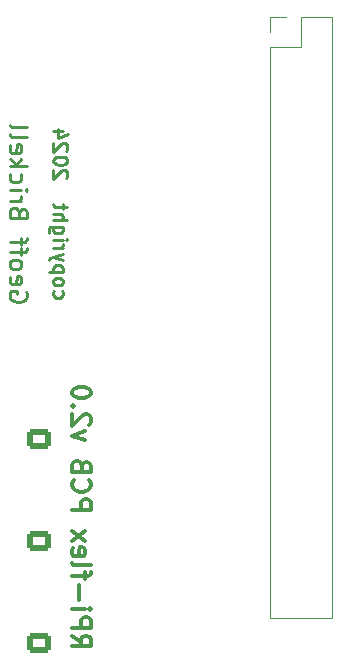
<source format=gbo>
G04 #@! TF.GenerationSoftware,KiCad,Pcbnew,8.0.8*
G04 #@! TF.CreationDate,2025-05-07T21:48:01+01:00*
G04 #@! TF.ProjectId,RPi-flex_PCB02,5250692d-666c-4657-985f-50434230322e,rev?*
G04 #@! TF.SameCoordinates,Original*
G04 #@! TF.FileFunction,Legend,Bot*
G04 #@! TF.FilePolarity,Positive*
%FSLAX46Y46*%
G04 Gerber Fmt 4.6, Leading zero omitted, Abs format (unit mm)*
G04 Created by KiCad (PCBNEW 8.0.8) date 2025-05-07 21:48:01*
%MOMM*%
%LPD*%
G01*
G04 APERTURE LIST*
G04 Aperture macros list*
%AMRoundRect*
0 Rectangle with rounded corners*
0 $1 Rounding radius*
0 $2 $3 $4 $5 $6 $7 $8 $9 X,Y pos of 4 corners*
0 Add a 4 corners polygon primitive as box body*
4,1,4,$2,$3,$4,$5,$6,$7,$8,$9,$2,$3,0*
0 Add four circle primitives for the rounded corners*
1,1,$1+$1,$2,$3*
1,1,$1+$1,$4,$5*
1,1,$1+$1,$6,$7*
1,1,$1+$1,$8,$9*
0 Add four rect primitives between the rounded corners*
20,1,$1+$1,$2,$3,$4,$5,0*
20,1,$1+$1,$4,$5,$6,$7,0*
20,1,$1+$1,$6,$7,$8,$9,0*
20,1,$1+$1,$8,$9,$2,$3,0*%
G04 Aperture macros list end*
%ADD10C,0.250000*%
%ADD11C,0.300000*%
%ADD12C,0.120000*%
%ADD13R,1.600000X1.600000*%
%ADD14C,1.600000*%
%ADD15R,1.700000X1.700000*%
%ADD16O,1.700000X1.700000*%
%ADD17RoundRect,0.250000X0.750000X-0.600000X0.750000X0.600000X-0.750000X0.600000X-0.750000X-0.600000X0*%
%ADD18O,2.000000X1.700000*%
%ADD19O,1.600000X1.600000*%
%ADD20R,0.840000X0.840000*%
%ADD21C,0.840000*%
%ADD22O,0.850000X1.850000*%
%ADD23C,2.200000*%
%ADD24R,1.800000X1.800000*%
%ADD25C,1.800000*%
G04 APERTURE END LIST*
D10*
X114704000Y-97333527D02*
X114646857Y-97447812D01*
X114646857Y-97447812D02*
X114646857Y-97676384D01*
X114646857Y-97676384D02*
X114704000Y-97790669D01*
X114704000Y-97790669D02*
X114761142Y-97847812D01*
X114761142Y-97847812D02*
X114875428Y-97904955D01*
X114875428Y-97904955D02*
X115218285Y-97904955D01*
X115218285Y-97904955D02*
X115332571Y-97847812D01*
X115332571Y-97847812D02*
X115389714Y-97790669D01*
X115389714Y-97790669D02*
X115446857Y-97676384D01*
X115446857Y-97676384D02*
X115446857Y-97447812D01*
X115446857Y-97447812D02*
X115389714Y-97333527D01*
X114646857Y-96647813D02*
X114704000Y-96762098D01*
X114704000Y-96762098D02*
X114761142Y-96819241D01*
X114761142Y-96819241D02*
X114875428Y-96876384D01*
X114875428Y-96876384D02*
X115218285Y-96876384D01*
X115218285Y-96876384D02*
X115332571Y-96819241D01*
X115332571Y-96819241D02*
X115389714Y-96762098D01*
X115389714Y-96762098D02*
X115446857Y-96647813D01*
X115446857Y-96647813D02*
X115446857Y-96476384D01*
X115446857Y-96476384D02*
X115389714Y-96362098D01*
X115389714Y-96362098D02*
X115332571Y-96304956D01*
X115332571Y-96304956D02*
X115218285Y-96247813D01*
X115218285Y-96247813D02*
X114875428Y-96247813D01*
X114875428Y-96247813D02*
X114761142Y-96304956D01*
X114761142Y-96304956D02*
X114704000Y-96362098D01*
X114704000Y-96362098D02*
X114646857Y-96476384D01*
X114646857Y-96476384D02*
X114646857Y-96647813D01*
X115446857Y-95733527D02*
X114246857Y-95733527D01*
X115389714Y-95733527D02*
X115446857Y-95619242D01*
X115446857Y-95619242D02*
X115446857Y-95390670D01*
X115446857Y-95390670D02*
X115389714Y-95276384D01*
X115389714Y-95276384D02*
X115332571Y-95219242D01*
X115332571Y-95219242D02*
X115218285Y-95162099D01*
X115218285Y-95162099D02*
X114875428Y-95162099D01*
X114875428Y-95162099D02*
X114761142Y-95219242D01*
X114761142Y-95219242D02*
X114704000Y-95276384D01*
X114704000Y-95276384D02*
X114646857Y-95390670D01*
X114646857Y-95390670D02*
X114646857Y-95619242D01*
X114646857Y-95619242D02*
X114704000Y-95733527D01*
X115446857Y-94762099D02*
X114646857Y-94476385D01*
X115446857Y-94190670D02*
X114646857Y-94476385D01*
X114646857Y-94476385D02*
X114361142Y-94590670D01*
X114361142Y-94590670D02*
X114304000Y-94647813D01*
X114304000Y-94647813D02*
X114246857Y-94762099D01*
X114646857Y-93733527D02*
X115446857Y-93733527D01*
X115218285Y-93733527D02*
X115332571Y-93676384D01*
X115332571Y-93676384D02*
X115389714Y-93619242D01*
X115389714Y-93619242D02*
X115446857Y-93504956D01*
X115446857Y-93504956D02*
X115446857Y-93390670D01*
X114646857Y-92990670D02*
X115446857Y-92990670D01*
X115846857Y-92990670D02*
X115789714Y-93047813D01*
X115789714Y-93047813D02*
X115732571Y-92990670D01*
X115732571Y-92990670D02*
X115789714Y-92933527D01*
X115789714Y-92933527D02*
X115846857Y-92990670D01*
X115846857Y-92990670D02*
X115732571Y-92990670D01*
X115446857Y-91904956D02*
X114475428Y-91904956D01*
X114475428Y-91904956D02*
X114361142Y-91962098D01*
X114361142Y-91962098D02*
X114304000Y-92019241D01*
X114304000Y-92019241D02*
X114246857Y-92133527D01*
X114246857Y-92133527D02*
X114246857Y-92304956D01*
X114246857Y-92304956D02*
X114304000Y-92419241D01*
X114704000Y-91904956D02*
X114646857Y-92019241D01*
X114646857Y-92019241D02*
X114646857Y-92247813D01*
X114646857Y-92247813D02*
X114704000Y-92362098D01*
X114704000Y-92362098D02*
X114761142Y-92419241D01*
X114761142Y-92419241D02*
X114875428Y-92476384D01*
X114875428Y-92476384D02*
X115218285Y-92476384D01*
X115218285Y-92476384D02*
X115332571Y-92419241D01*
X115332571Y-92419241D02*
X115389714Y-92362098D01*
X115389714Y-92362098D02*
X115446857Y-92247813D01*
X115446857Y-92247813D02*
X115446857Y-92019241D01*
X115446857Y-92019241D02*
X115389714Y-91904956D01*
X114646857Y-91333527D02*
X115846857Y-91333527D01*
X114646857Y-90819242D02*
X115275428Y-90819242D01*
X115275428Y-90819242D02*
X115389714Y-90876384D01*
X115389714Y-90876384D02*
X115446857Y-90990670D01*
X115446857Y-90990670D02*
X115446857Y-91162099D01*
X115446857Y-91162099D02*
X115389714Y-91276384D01*
X115389714Y-91276384D02*
X115332571Y-91333527D01*
X115446857Y-90419242D02*
X115446857Y-89962099D01*
X115846857Y-90247813D02*
X114818285Y-90247813D01*
X114818285Y-90247813D02*
X114704000Y-90190670D01*
X114704000Y-90190670D02*
X114646857Y-90076385D01*
X114646857Y-90076385D02*
X114646857Y-89962099D01*
X115732571Y-87790670D02*
X115789714Y-87733527D01*
X115789714Y-87733527D02*
X115846857Y-87619242D01*
X115846857Y-87619242D02*
X115846857Y-87333527D01*
X115846857Y-87333527D02*
X115789714Y-87219242D01*
X115789714Y-87219242D02*
X115732571Y-87162099D01*
X115732571Y-87162099D02*
X115618285Y-87104956D01*
X115618285Y-87104956D02*
X115504000Y-87104956D01*
X115504000Y-87104956D02*
X115332571Y-87162099D01*
X115332571Y-87162099D02*
X114646857Y-87847813D01*
X114646857Y-87847813D02*
X114646857Y-87104956D01*
X115846857Y-86362099D02*
X115846857Y-86247813D01*
X115846857Y-86247813D02*
X115789714Y-86133527D01*
X115789714Y-86133527D02*
X115732571Y-86076385D01*
X115732571Y-86076385D02*
X115618285Y-86019242D01*
X115618285Y-86019242D02*
X115389714Y-85962099D01*
X115389714Y-85962099D02*
X115104000Y-85962099D01*
X115104000Y-85962099D02*
X114875428Y-86019242D01*
X114875428Y-86019242D02*
X114761142Y-86076385D01*
X114761142Y-86076385D02*
X114704000Y-86133527D01*
X114704000Y-86133527D02*
X114646857Y-86247813D01*
X114646857Y-86247813D02*
X114646857Y-86362099D01*
X114646857Y-86362099D02*
X114704000Y-86476385D01*
X114704000Y-86476385D02*
X114761142Y-86533527D01*
X114761142Y-86533527D02*
X114875428Y-86590670D01*
X114875428Y-86590670D02*
X115104000Y-86647813D01*
X115104000Y-86647813D02*
X115389714Y-86647813D01*
X115389714Y-86647813D02*
X115618285Y-86590670D01*
X115618285Y-86590670D02*
X115732571Y-86533527D01*
X115732571Y-86533527D02*
X115789714Y-86476385D01*
X115789714Y-86476385D02*
X115846857Y-86362099D01*
X115732571Y-85504956D02*
X115789714Y-85447813D01*
X115789714Y-85447813D02*
X115846857Y-85333528D01*
X115846857Y-85333528D02*
X115846857Y-85047813D01*
X115846857Y-85047813D02*
X115789714Y-84933528D01*
X115789714Y-84933528D02*
X115732571Y-84876385D01*
X115732571Y-84876385D02*
X115618285Y-84819242D01*
X115618285Y-84819242D02*
X115504000Y-84819242D01*
X115504000Y-84819242D02*
X115332571Y-84876385D01*
X115332571Y-84876385D02*
X114646857Y-85562099D01*
X114646857Y-85562099D02*
X114646857Y-84819242D01*
X115446857Y-83790671D02*
X114646857Y-83790671D01*
X115904000Y-84076385D02*
X115046857Y-84362099D01*
X115046857Y-84362099D02*
X115046857Y-83619242D01*
D11*
X116242409Y-126523393D02*
X117004314Y-127056727D01*
X116242409Y-127437679D02*
X117842409Y-127437679D01*
X117842409Y-127437679D02*
X117842409Y-126828155D01*
X117842409Y-126828155D02*
X117766219Y-126675774D01*
X117766219Y-126675774D02*
X117690028Y-126599584D01*
X117690028Y-126599584D02*
X117537647Y-126523393D01*
X117537647Y-126523393D02*
X117309076Y-126523393D01*
X117309076Y-126523393D02*
X117156695Y-126599584D01*
X117156695Y-126599584D02*
X117080504Y-126675774D01*
X117080504Y-126675774D02*
X117004314Y-126828155D01*
X117004314Y-126828155D02*
X117004314Y-127437679D01*
X116242409Y-125837679D02*
X117842409Y-125837679D01*
X117842409Y-125837679D02*
X117842409Y-125228155D01*
X117842409Y-125228155D02*
X117766219Y-125075774D01*
X117766219Y-125075774D02*
X117690028Y-124999584D01*
X117690028Y-124999584D02*
X117537647Y-124923393D01*
X117537647Y-124923393D02*
X117309076Y-124923393D01*
X117309076Y-124923393D02*
X117156695Y-124999584D01*
X117156695Y-124999584D02*
X117080504Y-125075774D01*
X117080504Y-125075774D02*
X117004314Y-125228155D01*
X117004314Y-125228155D02*
X117004314Y-125837679D01*
X116242409Y-124237679D02*
X117309076Y-124237679D01*
X117842409Y-124237679D02*
X117766219Y-124313870D01*
X117766219Y-124313870D02*
X117690028Y-124237679D01*
X117690028Y-124237679D02*
X117766219Y-124161489D01*
X117766219Y-124161489D02*
X117842409Y-124237679D01*
X117842409Y-124237679D02*
X117690028Y-124237679D01*
X116851933Y-123475774D02*
X116851933Y-122256727D01*
X117309076Y-121723394D02*
X117309076Y-121113870D01*
X116242409Y-121494822D02*
X117613838Y-121494822D01*
X117613838Y-121494822D02*
X117766219Y-121418632D01*
X117766219Y-121418632D02*
X117842409Y-121266251D01*
X117842409Y-121266251D02*
X117842409Y-121113870D01*
X116242409Y-120351965D02*
X116318600Y-120504346D01*
X116318600Y-120504346D02*
X116470980Y-120580536D01*
X116470980Y-120580536D02*
X117842409Y-120580536D01*
X116318600Y-119132917D02*
X116242409Y-119285298D01*
X116242409Y-119285298D02*
X116242409Y-119590060D01*
X116242409Y-119590060D02*
X116318600Y-119742441D01*
X116318600Y-119742441D02*
X116470980Y-119818632D01*
X116470980Y-119818632D02*
X117080504Y-119818632D01*
X117080504Y-119818632D02*
X117232885Y-119742441D01*
X117232885Y-119742441D02*
X117309076Y-119590060D01*
X117309076Y-119590060D02*
X117309076Y-119285298D01*
X117309076Y-119285298D02*
X117232885Y-119132917D01*
X117232885Y-119132917D02*
X117080504Y-119056727D01*
X117080504Y-119056727D02*
X116928123Y-119056727D01*
X116928123Y-119056727D02*
X116775742Y-119818632D01*
X116242409Y-118523393D02*
X117309076Y-117685298D01*
X117309076Y-118523393D02*
X116242409Y-117685298D01*
X116242409Y-115856726D02*
X117842409Y-115856726D01*
X117842409Y-115856726D02*
X117842409Y-115247202D01*
X117842409Y-115247202D02*
X117766219Y-115094821D01*
X117766219Y-115094821D02*
X117690028Y-115018631D01*
X117690028Y-115018631D02*
X117537647Y-114942440D01*
X117537647Y-114942440D02*
X117309076Y-114942440D01*
X117309076Y-114942440D02*
X117156695Y-115018631D01*
X117156695Y-115018631D02*
X117080504Y-115094821D01*
X117080504Y-115094821D02*
X117004314Y-115247202D01*
X117004314Y-115247202D02*
X117004314Y-115856726D01*
X116394790Y-113342440D02*
X116318600Y-113418631D01*
X116318600Y-113418631D02*
X116242409Y-113647202D01*
X116242409Y-113647202D02*
X116242409Y-113799583D01*
X116242409Y-113799583D02*
X116318600Y-114028155D01*
X116318600Y-114028155D02*
X116470980Y-114180536D01*
X116470980Y-114180536D02*
X116623361Y-114256726D01*
X116623361Y-114256726D02*
X116928123Y-114332917D01*
X116928123Y-114332917D02*
X117156695Y-114332917D01*
X117156695Y-114332917D02*
X117461457Y-114256726D01*
X117461457Y-114256726D02*
X117613838Y-114180536D01*
X117613838Y-114180536D02*
X117766219Y-114028155D01*
X117766219Y-114028155D02*
X117842409Y-113799583D01*
X117842409Y-113799583D02*
X117842409Y-113647202D01*
X117842409Y-113647202D02*
X117766219Y-113418631D01*
X117766219Y-113418631D02*
X117690028Y-113342440D01*
X117080504Y-112123393D02*
X117004314Y-111894821D01*
X117004314Y-111894821D02*
X116928123Y-111818631D01*
X116928123Y-111818631D02*
X116775742Y-111742440D01*
X116775742Y-111742440D02*
X116547171Y-111742440D01*
X116547171Y-111742440D02*
X116394790Y-111818631D01*
X116394790Y-111818631D02*
X116318600Y-111894821D01*
X116318600Y-111894821D02*
X116242409Y-112047202D01*
X116242409Y-112047202D02*
X116242409Y-112656726D01*
X116242409Y-112656726D02*
X117842409Y-112656726D01*
X117842409Y-112656726D02*
X117842409Y-112123393D01*
X117842409Y-112123393D02*
X117766219Y-111971012D01*
X117766219Y-111971012D02*
X117690028Y-111894821D01*
X117690028Y-111894821D02*
X117537647Y-111818631D01*
X117537647Y-111818631D02*
X117385266Y-111818631D01*
X117385266Y-111818631D02*
X117232885Y-111894821D01*
X117232885Y-111894821D02*
X117156695Y-111971012D01*
X117156695Y-111971012D02*
X117080504Y-112123393D01*
X117080504Y-112123393D02*
X117080504Y-112656726D01*
X117309076Y-109990059D02*
X116242409Y-109609107D01*
X116242409Y-109609107D02*
X117309076Y-109228154D01*
X117690028Y-108694821D02*
X117766219Y-108618630D01*
X117766219Y-108618630D02*
X117842409Y-108466249D01*
X117842409Y-108466249D02*
X117842409Y-108085297D01*
X117842409Y-108085297D02*
X117766219Y-107932916D01*
X117766219Y-107932916D02*
X117690028Y-107856725D01*
X117690028Y-107856725D02*
X117537647Y-107780535D01*
X117537647Y-107780535D02*
X117385266Y-107780535D01*
X117385266Y-107780535D02*
X117156695Y-107856725D01*
X117156695Y-107856725D02*
X116242409Y-108771011D01*
X116242409Y-108771011D02*
X116242409Y-107780535D01*
X116394790Y-107094820D02*
X116318600Y-107018630D01*
X116318600Y-107018630D02*
X116242409Y-107094820D01*
X116242409Y-107094820D02*
X116318600Y-107171011D01*
X116318600Y-107171011D02*
X116394790Y-107094820D01*
X116394790Y-107094820D02*
X116242409Y-107094820D01*
X117842409Y-106028153D02*
X117842409Y-105875772D01*
X117842409Y-105875772D02*
X117766219Y-105723391D01*
X117766219Y-105723391D02*
X117690028Y-105647201D01*
X117690028Y-105647201D02*
X117537647Y-105571010D01*
X117537647Y-105571010D02*
X117232885Y-105494820D01*
X117232885Y-105494820D02*
X116851933Y-105494820D01*
X116851933Y-105494820D02*
X116547171Y-105571010D01*
X116547171Y-105571010D02*
X116394790Y-105647201D01*
X116394790Y-105647201D02*
X116318600Y-105723391D01*
X116318600Y-105723391D02*
X116242409Y-105875772D01*
X116242409Y-105875772D02*
X116242409Y-106028153D01*
X116242409Y-106028153D02*
X116318600Y-106180534D01*
X116318600Y-106180534D02*
X116394790Y-106256725D01*
X116394790Y-106256725D02*
X116547171Y-106332915D01*
X116547171Y-106332915D02*
X116851933Y-106409106D01*
X116851933Y-106409106D02*
X117232885Y-106409106D01*
X117232885Y-106409106D02*
X117537647Y-106332915D01*
X117537647Y-106332915D02*
X117690028Y-106256725D01*
X117690028Y-106256725D02*
X117766219Y-106180534D01*
X117766219Y-106180534D02*
X117842409Y-106028153D01*
D10*
X112380642Y-97412141D02*
X112452071Y-97554999D01*
X112452071Y-97554999D02*
X112452071Y-97769284D01*
X112452071Y-97769284D02*
X112380642Y-97983570D01*
X112380642Y-97983570D02*
X112237785Y-98126427D01*
X112237785Y-98126427D02*
X112094928Y-98197856D01*
X112094928Y-98197856D02*
X111809214Y-98269284D01*
X111809214Y-98269284D02*
X111594928Y-98269284D01*
X111594928Y-98269284D02*
X111309214Y-98197856D01*
X111309214Y-98197856D02*
X111166357Y-98126427D01*
X111166357Y-98126427D02*
X111023500Y-97983570D01*
X111023500Y-97983570D02*
X110952071Y-97769284D01*
X110952071Y-97769284D02*
X110952071Y-97626427D01*
X110952071Y-97626427D02*
X111023500Y-97412141D01*
X111023500Y-97412141D02*
X111094928Y-97340713D01*
X111094928Y-97340713D02*
X111594928Y-97340713D01*
X111594928Y-97340713D02*
X111594928Y-97626427D01*
X111023500Y-96126427D02*
X110952071Y-96269284D01*
X110952071Y-96269284D02*
X110952071Y-96554999D01*
X110952071Y-96554999D02*
X111023500Y-96697856D01*
X111023500Y-96697856D02*
X111166357Y-96769284D01*
X111166357Y-96769284D02*
X111737785Y-96769284D01*
X111737785Y-96769284D02*
X111880642Y-96697856D01*
X111880642Y-96697856D02*
X111952071Y-96554999D01*
X111952071Y-96554999D02*
X111952071Y-96269284D01*
X111952071Y-96269284D02*
X111880642Y-96126427D01*
X111880642Y-96126427D02*
X111737785Y-96054999D01*
X111737785Y-96054999D02*
X111594928Y-96054999D01*
X111594928Y-96054999D02*
X111452071Y-96769284D01*
X110952071Y-95197856D02*
X111023500Y-95340713D01*
X111023500Y-95340713D02*
X111094928Y-95412142D01*
X111094928Y-95412142D02*
X111237785Y-95483570D01*
X111237785Y-95483570D02*
X111666357Y-95483570D01*
X111666357Y-95483570D02*
X111809214Y-95412142D01*
X111809214Y-95412142D02*
X111880642Y-95340713D01*
X111880642Y-95340713D02*
X111952071Y-95197856D01*
X111952071Y-95197856D02*
X111952071Y-94983570D01*
X111952071Y-94983570D02*
X111880642Y-94840713D01*
X111880642Y-94840713D02*
X111809214Y-94769285D01*
X111809214Y-94769285D02*
X111666357Y-94697856D01*
X111666357Y-94697856D02*
X111237785Y-94697856D01*
X111237785Y-94697856D02*
X111094928Y-94769285D01*
X111094928Y-94769285D02*
X111023500Y-94840713D01*
X111023500Y-94840713D02*
X110952071Y-94983570D01*
X110952071Y-94983570D02*
X110952071Y-95197856D01*
X111952071Y-94269284D02*
X111952071Y-93697856D01*
X110952071Y-94054999D02*
X112237785Y-94054999D01*
X112237785Y-94054999D02*
X112380642Y-93983570D01*
X112380642Y-93983570D02*
X112452071Y-93840713D01*
X112452071Y-93840713D02*
X112452071Y-93697856D01*
X111952071Y-93412141D02*
X111952071Y-92840713D01*
X110952071Y-93197856D02*
X112237785Y-93197856D01*
X112237785Y-93197856D02*
X112380642Y-93126427D01*
X112380642Y-93126427D02*
X112452071Y-92983570D01*
X112452071Y-92983570D02*
X112452071Y-92840713D01*
X111737785Y-90697856D02*
X111666357Y-90483570D01*
X111666357Y-90483570D02*
X111594928Y-90412141D01*
X111594928Y-90412141D02*
X111452071Y-90340713D01*
X111452071Y-90340713D02*
X111237785Y-90340713D01*
X111237785Y-90340713D02*
X111094928Y-90412141D01*
X111094928Y-90412141D02*
X111023500Y-90483570D01*
X111023500Y-90483570D02*
X110952071Y-90626427D01*
X110952071Y-90626427D02*
X110952071Y-91197856D01*
X110952071Y-91197856D02*
X112452071Y-91197856D01*
X112452071Y-91197856D02*
X112452071Y-90697856D01*
X112452071Y-90697856D02*
X112380642Y-90554999D01*
X112380642Y-90554999D02*
X112309214Y-90483570D01*
X112309214Y-90483570D02*
X112166357Y-90412141D01*
X112166357Y-90412141D02*
X112023500Y-90412141D01*
X112023500Y-90412141D02*
X111880642Y-90483570D01*
X111880642Y-90483570D02*
X111809214Y-90554999D01*
X111809214Y-90554999D02*
X111737785Y-90697856D01*
X111737785Y-90697856D02*
X111737785Y-91197856D01*
X110952071Y-89697856D02*
X111952071Y-89697856D01*
X111666357Y-89697856D02*
X111809214Y-89626427D01*
X111809214Y-89626427D02*
X111880642Y-89554999D01*
X111880642Y-89554999D02*
X111952071Y-89412141D01*
X111952071Y-89412141D02*
X111952071Y-89269284D01*
X110952071Y-88769285D02*
X111952071Y-88769285D01*
X112452071Y-88769285D02*
X112380642Y-88840713D01*
X112380642Y-88840713D02*
X112309214Y-88769285D01*
X112309214Y-88769285D02*
X112380642Y-88697856D01*
X112380642Y-88697856D02*
X112452071Y-88769285D01*
X112452071Y-88769285D02*
X112309214Y-88769285D01*
X111023500Y-87412142D02*
X110952071Y-87554999D01*
X110952071Y-87554999D02*
X110952071Y-87840713D01*
X110952071Y-87840713D02*
X111023500Y-87983570D01*
X111023500Y-87983570D02*
X111094928Y-88054999D01*
X111094928Y-88054999D02*
X111237785Y-88126427D01*
X111237785Y-88126427D02*
X111666357Y-88126427D01*
X111666357Y-88126427D02*
X111809214Y-88054999D01*
X111809214Y-88054999D02*
X111880642Y-87983570D01*
X111880642Y-87983570D02*
X111952071Y-87840713D01*
X111952071Y-87840713D02*
X111952071Y-87554999D01*
X111952071Y-87554999D02*
X111880642Y-87412142D01*
X110952071Y-86769285D02*
X112452071Y-86769285D01*
X111523500Y-86626428D02*
X110952071Y-86197856D01*
X111952071Y-86197856D02*
X111380642Y-86769285D01*
X111023500Y-84983570D02*
X110952071Y-85126427D01*
X110952071Y-85126427D02*
X110952071Y-85412142D01*
X110952071Y-85412142D02*
X111023500Y-85554999D01*
X111023500Y-85554999D02*
X111166357Y-85626427D01*
X111166357Y-85626427D02*
X111737785Y-85626427D01*
X111737785Y-85626427D02*
X111880642Y-85554999D01*
X111880642Y-85554999D02*
X111952071Y-85412142D01*
X111952071Y-85412142D02*
X111952071Y-85126427D01*
X111952071Y-85126427D02*
X111880642Y-84983570D01*
X111880642Y-84983570D02*
X111737785Y-84912142D01*
X111737785Y-84912142D02*
X111594928Y-84912142D01*
X111594928Y-84912142D02*
X111452071Y-85626427D01*
X110952071Y-84054999D02*
X111023500Y-84197856D01*
X111023500Y-84197856D02*
X111166357Y-84269285D01*
X111166357Y-84269285D02*
X112452071Y-84269285D01*
X110952071Y-83269285D02*
X111023500Y-83412142D01*
X111023500Y-83412142D02*
X111166357Y-83483571D01*
X111166357Y-83483571D02*
X112452071Y-83483571D01*
D12*
X133036000Y-74108000D02*
X133036000Y-75438000D01*
X133036000Y-76708000D02*
X133036000Y-125028000D01*
X134366000Y-74108000D02*
X133036000Y-74108000D01*
X135636000Y-74108000D02*
X135636000Y-76708000D01*
X135636000Y-76708000D02*
X133036000Y-76708000D01*
X138236000Y-74108000D02*
X135636000Y-74108000D01*
X138236000Y-74108000D02*
X138236000Y-125028000D01*
X138236000Y-125028000D02*
X133036000Y-125028000D01*
%LPC*%
D13*
X128270000Y-124460000D03*
D14*
X121770000Y-124460000D03*
D15*
X118745000Y-75057000D03*
D16*
X121285000Y-75057000D03*
X123825000Y-75057000D03*
X126365000Y-75057000D03*
X128905000Y-75057000D03*
D15*
X118745000Y-78613000D03*
D16*
X121285000Y-78613000D03*
X123825000Y-78613000D03*
X126365000Y-78613000D03*
X128905000Y-78613000D03*
D15*
X111252000Y-80391000D03*
D16*
X111252000Y-77851000D03*
X111252000Y-75311000D03*
D15*
X113792000Y-80391000D03*
D16*
X113792000Y-77851000D03*
X113792000Y-75311000D03*
D15*
X130048000Y-70104000D03*
D16*
X127508000Y-70104000D03*
X124968000Y-70104000D03*
X122428000Y-70104000D03*
X119888000Y-70104000D03*
X117348000Y-70104000D03*
D15*
X120523000Y-83185000D03*
D16*
X120523000Y-85725000D03*
X120523000Y-88265000D03*
D17*
X113411000Y-109855000D03*
D18*
X113411000Y-107355000D03*
D17*
X113411000Y-118491000D03*
D18*
X113411000Y-115991000D03*
D17*
X113411000Y-127127000D03*
D18*
X113411000Y-124627000D03*
D14*
X124968000Y-83058000D03*
D19*
X124968000Y-93218000D03*
D15*
X129413000Y-85598000D03*
D16*
X129413000Y-88138000D03*
X129413000Y-90678000D03*
X129413000Y-93218000D03*
D20*
X112649000Y-101219000D03*
D21*
X113299000Y-102219000D03*
X113949000Y-101219000D03*
X114599000Y-102219000D03*
X115249000Y-101219000D03*
D22*
X110374000Y-101439000D03*
X117524000Y-101439000D03*
D23*
X135636000Y-70485000D03*
X135636000Y-128485000D03*
D15*
X120523000Y-93345000D03*
D16*
X120523000Y-95885000D03*
D15*
X140589000Y-104648000D03*
D16*
X140589000Y-107188000D03*
X140589000Y-109728000D03*
X140589000Y-112268000D03*
X140589000Y-114808000D03*
X140589000Y-117348000D03*
D15*
X140589000Y-69977000D03*
D16*
X140589000Y-72517000D03*
X140589000Y-75057000D03*
D15*
X140589000Y-78613000D03*
D16*
X140589000Y-81153000D03*
X140589000Y-83693000D03*
D15*
X140589000Y-127000000D03*
D16*
X140589000Y-129540000D03*
D15*
X140589000Y-87300000D03*
D16*
X140589000Y-89840000D03*
X140589000Y-92380000D03*
D15*
X140589000Y-120904000D03*
D16*
X140589000Y-123444000D03*
D15*
X140589000Y-96012000D03*
D16*
X140589000Y-98552000D03*
X140589000Y-101092000D03*
D15*
X123952000Y-116078000D03*
D16*
X126492000Y-116078000D03*
X129032000Y-116078000D03*
D24*
X122301000Y-103886000D03*
D25*
X124841000Y-103886000D03*
D15*
X129286000Y-98425000D03*
D16*
X129286000Y-100965000D03*
X129286000Y-103505000D03*
X129286000Y-106045000D03*
X129286000Y-108585000D03*
X129286000Y-111125000D03*
D15*
X134366000Y-75438000D03*
D16*
X136906000Y-75438000D03*
X134366000Y-77978000D03*
X136906000Y-77978000D03*
X134366000Y-80518000D03*
X136906000Y-80518000D03*
X134366000Y-83058000D03*
X136906000Y-83058000D03*
X134366000Y-85598000D03*
X136906000Y-85598000D03*
X134366000Y-88138000D03*
X136906000Y-88138000D03*
X134366000Y-90678000D03*
X136906000Y-90678000D03*
X134366000Y-93218000D03*
X136906000Y-93218000D03*
X134366000Y-95758000D03*
X136906000Y-95758000D03*
X134366000Y-98298000D03*
X136906000Y-98298000D03*
X134366000Y-100838000D03*
X136906000Y-100838000D03*
X134366000Y-103378000D03*
X136906000Y-103378000D03*
X134366000Y-105918000D03*
X136906000Y-105918000D03*
X134366000Y-108458000D03*
X136906000Y-108458000D03*
X134366000Y-110998000D03*
X136906000Y-110998000D03*
X134366000Y-113538000D03*
X136906000Y-113538000D03*
X134366000Y-116078000D03*
X136906000Y-116078000D03*
X134366000Y-118618000D03*
X136906000Y-118618000D03*
X134366000Y-121158000D03*
X136906000Y-121158000D03*
X134366000Y-123698000D03*
X136906000Y-123698000D03*
%LPD*%
M02*

</source>
